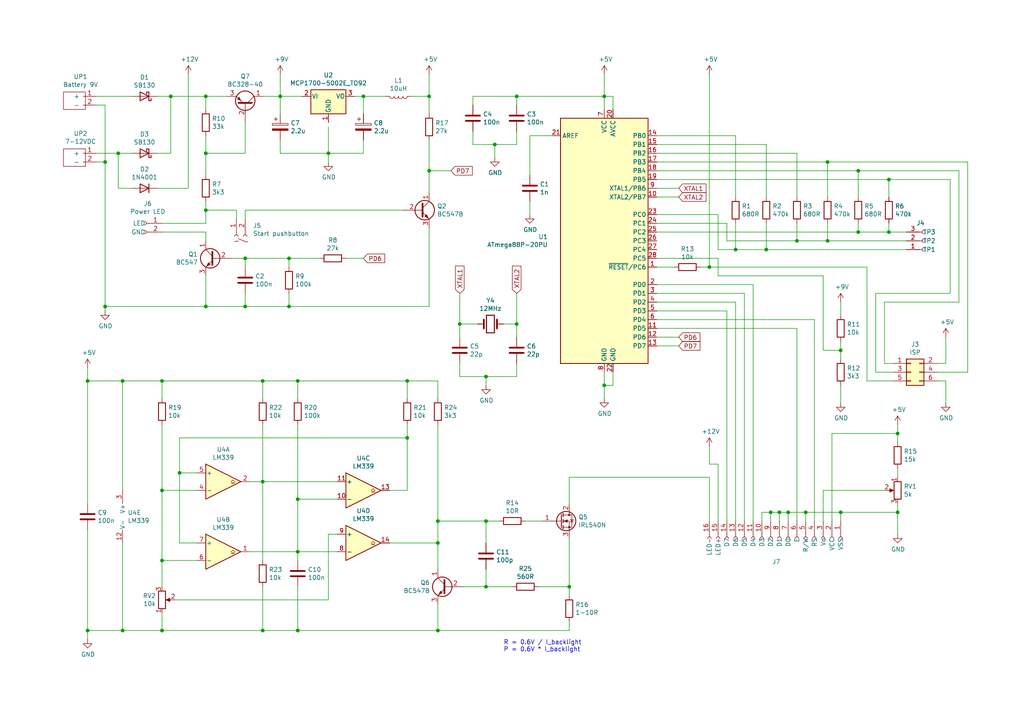
<source format=kicad_sch>
(kicad_sch (version 20211123) (generator eeschema)
  (paper "A4")
  (lib_symbols
    (symbol "Comparator:LM339" (pin_names (offset 0.127))
      (property "Reference" "U" (at 0 5.08 0))
      (property "Value" "LM339" (at 0 -5.08 0))
      (symbol "LM339_1_1"
        (pin open_collector line (at 7.62 0 180) (length 2.54) (name "~") (number "2"))
        (pin input line (at -7.62 -2.54 0) (length 2.54) (name "-") (number "4"))
        (pin input line (at -7.62 2.54 0) (length 2.54) (name "+") (number "5"))
      )
      (symbol "LM339_2_1"
        (pin open_collector line (at 7.62 0 180) (length 2.54) (name "~") (number "1"))
        (pin input line (at -7.62 -2.54 0) (length 2.54) (name "-") (number "6"))
        (pin input line (at -7.62 2.54 0) (length 2.54) (name "+") (number "7"))
      )
      (symbol "LM339_3_1"
        (pin input line (at -7.62 -2.54 0) (length 2.54) (name "-") (number "10"))
        (pin input line (at -7.62 2.54 0) (length 2.54) (name "+") (number "11"))
        (pin open_collector line (at 7.62 0 180) (length 2.54) (name "~") (number "13"))
      )
      (symbol "LM339_4_1"
        (pin open_collector line (at 7.62 0 180) (length 2.54) (name "~") (number "14"))
        (pin input line (at -7.62 -2.54 0) (length 2.54) (name "-") (number "8"))
        (pin input line (at -7.62 2.54 0) (length 2.54) (name "+") (number "9"))
      )
      (symbol "LM339_5_1"
        (pin power_in line (at -2.54 -7.62 90) (length 3.81) (name "V-") (number "12"))
        (pin power_in line (at -2.54 7.62 270) (length 3.81) (name "V+") (number "3"))
      )
    )
    (symbol "Device:C" (pin_numbers hide) (pin_names (offset 0.254))
      (property "Reference" "C" (at 0.635 2.54 0))
      (property "Value" "C" (at 0.635 -2.54 0))
      (symbol "C_1_1"
        (pin passive line (at 0 3.81 270) (length 2.794) (name "~") (number "1"))
        (pin passive line (at 0 -3.81 90) (length 2.794) (name "~") (number "2"))
      )
    )
    (symbol "Device:Crystal" (pin_numbers hide) (pin_names (offset 1.016) hide)
      (property "Reference" "Y" (at 0 3.81 0))
      (property "Value" "Crystal" (at 0 -3.81 0))
      (symbol "Crystal_1_1"
        (pin passive line (at -3.81 0 0) (length 1.27) (name "1") (number "1"))
        (pin passive line (at 3.81 0 180) (length 1.27) (name "2") (number "2"))
      )
    )
    (symbol "Device:L" (pin_numbers hide) (pin_names (offset 1.016) hide)
      (property "Reference" "L" (at -1.27 0 90))
      (property "Value" "L" (at 1.905 0 90))
      (symbol "L_1_1"
        (pin passive line (at 0 3.81 270) (length 1.27) (name "1") (number "1"))
        (pin passive line (at 0 -3.81 90) (length 1.27) (name "2") (number "2"))
      )
    )
    (symbol "Device:R" (pin_numbers hide) (pin_names (offset 0))
      (property "Reference" "R" (at 2.032 0 90))
      (property "Value" "R" (at 0 0 90))
      (symbol "R_1_1"
        (pin passive line (at 0 3.81 270) (length 1.27) (name "~") (number "1"))
        (pin passive line (at 0 -3.81 90) (length 1.27) (name "~") (number "2"))
      )
    )
    (symbol "Diode:1N4001" (pin_numbers hide) (pin_names (offset 1.016) hide)
      (property "Reference" "D" (at 0 2.54 0))
      (property "Value" "1N4001" (at 0 -2.54 0))
      (symbol "1N4001_1_1"
        (pin passive line (at -3.81 0 0) (length 2.54) (name "K") (number "1"))
        (pin passive line (at 3.81 0 180) (length 2.54) (name "A") (number "2"))
      )
    )
    (symbol "Diode:SB130" (pin_numbers hide) (pin_names (offset 1.016) hide)
      (property "Reference" "D" (at 0 2.54 0))
      (property "Value" "SB130" (at 0 -2.54 0))
      (symbol "SB130_1_1"
        (pin passive line (at -3.81 0 0) (length 2.54) (name "K") (number "1"))
        (pin passive line (at 3.81 0 180) (length 2.54) (name "A") (number "2"))
      )
    )
    (symbol "My_Headers:16-pin_LCD_header" (pin_names (offset 1.016))
      (property "Reference" "J" (at 0 20.32 0))
      (symbol "16-pin_LCD_header_1_1"
        (pin output line (at -5.08 17.78 0) (length 3.81) (name "VSS") (number "1"))
        (pin output line (at -5.08 -5.08 0) (length 3.81) (name "D3") (number "10"))
        (pin output line (at -5.08 -7.62 0) (length 3.81) (name "D4") (number "11"))
        (pin output line (at -5.08 -10.16 0) (length 3.81) (name "D5") (number "12"))
        (pin output line (at -5.08 -12.7 0) (length 3.81) (name "D6") (number "13"))
        (pin output line (at -5.08 -15.24 0) (length 3.81) (name "D7") (number "14"))
        (pin output line (at -5.08 -17.78 0) (length 3.81) (name "LED+") (number "15"))
        (pin output line (at -5.08 -20.32 0) (length 3.81) (name "LED-") (number "16"))
        (pin output line (at -5.08 15.24 0) (length 3.81) (name "VCC") (number "2"))
        (pin output line (at -5.08 12.7 0) (length 3.81) (name "Vo") (number "3"))
        (pin output line (at -5.08 10.16 0) (length 3.81) (name "RS") (number "4"))
        (pin output line (at -5.08 7.62 0) (length 3.81) (name "R/W") (number "5"))
        (pin output line (at -5.08 5.08 0) (length 3.81) (name "E") (number "6"))
        (pin output line (at -5.08 2.54 0) (length 3.81) (name "D0") (number "7"))
        (pin output line (at -5.08 0 0) (length 3.81) (name "D1") (number "8"))
        (pin output line (at -5.08 -2.54 0) (length 3.81) (name "D2") (number "9"))
      )
    )
    (symbol "My_Headers:2-pin_LED_header" (pin_names (offset 1.016))
      (property "Reference" "J" (at 0 5.08 0))
      (symbol "2-pin_LED_header_1_1"
        (pin passive line (at -5.08 2.54 0) (length 3.81) (name "LED") (number "1"))
        (pin passive line (at -5.08 0 0) (length 3.81) (name "GND") (number "2"))
      )
    )
    (symbol "My_Headers:2-pin_NO_switch_header" (pin_names (offset 1.016) hide)
      (property "Reference" "J" (at 0 2.54 0))
      (symbol "2-pin_NO_switch_header_1_1"
        (pin input line (at -5.08 0 0) (length 3.81) (name "+") (number "1"))
        (pin output line (at -5.08 -2.54 0) (length 3.81) (name "Sig") (number "2"))
      )
    )
    (symbol "My_Headers:3-pin_test_header" (pin_names (offset 1.016))
      (property "Reference" "J" (at 0 5.08 0))
      (symbol "3-pin_test_header_1_1"
        (pin input line (at -5.08 2.54 0) (length 3.81) (name "TP1") (number "1"))
        (pin input line (at -5.08 0 0) (length 3.81) (name "TP2") (number "2"))
        (pin input line (at -5.08 -2.54 0) (length 3.81) (name "TP3") (number "3"))
      )
    )
    (symbol "My_Misc:ATmega88P-20PU"
      (property "Reference" "U" (at -12.7 36.83 0))
      (property "Value" "ATmega88P-20PU" (at 7.62 -36.83 0))
      (symbol "ATmega88P-20PU_1_1"
        (pin bidirectional line (at 15.24 -7.62 180) (length 2.54) (name "~{RESET}/PC6") (number "1"))
        (pin bidirectional line (at 15.24 12.7 180) (length 2.54) (name "XTAL2/PB7") (number "10"))
        (pin bidirectional line (at 15.24 -25.4 180) (length 2.54) (name "PD5") (number "11"))
        (pin bidirectional line (at 15.24 -27.94 180) (length 2.54) (name "PD6") (number "12"))
        (pin bidirectional line (at 15.24 -30.48 180) (length 2.54) (name "PD7") (number "13"))
        (pin bidirectional line (at 15.24 30.48 180) (length 2.54) (name "PB0") (number "14"))
        (pin bidirectional line (at 15.24 27.94 180) (length 2.54) (name "PB1") (number "15"))
        (pin bidirectional line (at 15.24 25.4 180) (length 2.54) (name "PB2") (number "16"))
        (pin bidirectional line (at 15.24 22.86 180) (length 2.54) (name "PB3") (number "17"))
        (pin bidirectional line (at 15.24 20.32 180) (length 2.54) (name "PB4") (number "18"))
        (pin bidirectional line (at 15.24 17.78 180) (length 2.54) (name "PB5") (number "19"))
        (pin bidirectional line (at 15.24 -12.7 180) (length 2.54) (name "PD0") (number "2"))
        (pin power_in line (at 2.54 38.1 270) (length 2.54) (name "AVCC") (number "20"))
        (pin passive line (at -15.24 30.48 0) (length 2.54) (name "AREF") (number "21"))
        (pin passive line (at 0 -38.1 90) (length 2.54) hide (name "GND") (number "22"))
        (pin power_in line (at 2.54 -38.1 90) (length 2.54) (name "GND") (number "22"))
        (pin bidirectional line (at 15.24 7.62 180) (length 2.54) (name "PC0") (number "23"))
        (pin bidirectional line (at 15.24 5.08 180) (length 2.54) (name "PC1") (number "24"))
        (pin bidirectional line (at 15.24 2.54 180) (length 2.54) (name "PC2") (number "25"))
        (pin bidirectional line (at 15.24 0 180) (length 2.54) (name "PC3") (number "26"))
        (pin bidirectional line (at 15.24 -2.54 180) (length 2.54) (name "PC4") (number "27"))
        (pin bidirectional line (at 15.24 -5.08 180) (length 2.54) (name "PC5") (number "28"))
        (pin bidirectional line (at 15.24 -15.24 180) (length 2.54) (name "PD1") (number "3"))
        (pin bidirectional line (at 15.24 -17.78 180) (length 2.54) (name "PD2") (number "4"))
        (pin bidirectional line (at 15.24 -20.32 180) (length 2.54) (name "PD3") (number "5"))
        (pin bidirectional line (at 15.24 -22.86 180) (length 2.54) (name "PD4") (number "6"))
        (pin power_in line (at 0 38.1 270) (length 2.54) (name "VCC") (number "7"))
        (pin power_in line (at 0 -38.1 90) (length 2.54) (name "GND") (number "8"))
        (pin bidirectional line (at 15.24 15.24 180) (length 2.54) (name "XTAL1/PB6") (number "9"))
      )
    )
    (symbol "My_Parts:2-pole_power_in_screw_terminal" (pin_names (offset 1.016))
      (property "Reference" "U" (at 4.445 3.175 0))
      (property "Value" "2-pole_power_in_screw_terminal" (at 6.35 -5.715 0))
      (symbol "2-pole_power_in_screw_terminal_1_1"
        (pin power_in line (at 0 0 0) (length 3.81) (name "+") (number "1"))
        (pin power_in line (at 0 -2.54 0) (length 3.81) (name "-") (number "2"))
      )
    )
    (symbol "My_Parts:6-pin_ISP_connector" (pin_names (offset 1.016) hide)
      (property "Reference" "J" (at 1.27 5.08 0))
      (property "Value" "6-pin_ISP_connector" (at 1.27 -5.08 0))
      (symbol "6-pin_ISP_connector_1_1"
        (pin passive line (at -5.08 2.54 0) (length 3.81) (name "Pin_1") (number "1"))
        (pin passive line (at 7.62 2.54 180) (length 3.81) (name "Pin_2") (number "2"))
        (pin passive line (at -5.08 0 0) (length 3.81) (name "Pin_3") (number "3"))
        (pin passive line (at 7.62 0 180) (length 3.81) (name "Pin_4") (number "4"))
        (pin passive line (at -5.08 -2.54 0) (length 3.81) (name "Pin_5") (number "5"))
        (pin passive line (at 7.62 -2.54 180) (length 3.81) (name "Pin_6") (number "6"))
      )
    )
    (symbol "Regulator_Linear:MCP1700-5002E_TO92" (pin_names (offset 0.254))
      (property "Reference" "U" (at -3.81 -3.175 0))
      (property "Value" "MCP1700-5002E_TO92" (at 0 -3.175 0))
      (symbol "MCP1700-5002E_TO92_1_1"
        (pin power_in line (at 0 7.62 270) (length 2.54) (name "GND") (number "1"))
        (pin power_in line (at -7.62 0 0) (length 2.54) (name "VI") (number "2"))
        (pin power_out line (at 7.62 0 180) (length 2.54) (name "VO") (number "3"))
      )
    )
    (symbol "Transistor_BJT:BC328" (pin_names (offset 0) hide)
      (property "Reference" "Q" (at 5.08 1.905 0))
      (property "Value" "BC328" (at 5.08 0 0))
      (symbol "BC328_1_1"
        (pin passive line (at 2.54 5.08 270) (length 2.54) (name "C") (number "1"))
        (pin input line (at -5.08 0 0) (length 5.715) (name "B") (number "2"))
        (pin passive line (at 2.54 -5.08 90) (length 2.54) (name "E") (number "3"))
      )
    )
    (symbol "Transistor_BJT:BC547" (pin_names (offset 0) hide)
      (property "Reference" "Q" (at 5.08 1.905 0))
      (property "Value" "BC547" (at 5.08 0 0))
      (symbol "BC547_1_1"
        (pin passive line (at 2.54 5.08 270) (length 2.54) (name "C") (number "1"))
        (pin input line (at -5.08 0 0) (length 5.08) (name "B") (number "2"))
        (pin passive line (at 2.54 -5.08 90) (length 2.54) (name "E") (number "3"))
      )
    )
    (symbol "Transistor_FET:IRF540N" (pin_names hide)
      (property "Reference" "Q" (at 6.35 1.905 0))
      (property "Value" "IRF540N" (at 6.35 0 0))
      (symbol "IRF540N_1_1"
        (pin input line (at -5.08 0 0) (length 2.54) (name "G") (number "1"))
        (pin passive line (at 2.54 5.08 270) (length 2.54) (name "D") (number "2"))
        (pin passive line (at 2.54 -5.08 90) (length 2.54) (name "S") (number "3"))
      )
    )
    (symbol "avrComponentTester_Markus_HW-1.00m-rescue:CP-Device" (pin_numbers hide) (pin_names (offset 0.254))
      (property "Reference" "C" (at 0.635 2.54 0))
      (property "Value" "CP-Device" (at 0.635 -2.54 0))
      (symbol "CP-Device_1_1"
        (pin passive line (at 0 3.81 270) (length 2.794) (name "~") (number "1"))
        (pin passive line (at 0 -3.81 90) (length 2.794) (name "~") (number "2"))
      )
    )
    (symbol "avrComponentTester_Markus_HW-1.00m-rescue:R_POT-Device" (pin_names (offset 1.016) hide)
      (property "Reference" "RV" (at -4.445 0 90))
      (property "Value" "R_POT-Device" (at -2.54 0 90))
      (symbol "R_POT-Device_1_1"
        (pin passive line (at 0 3.81 270) (length 1.27) (name "1") (number "1"))
        (pin passive line (at 3.81 0 180) (length 1.27) (name "2") (number "2"))
        (pin passive line (at 0 -3.81 90) (length 1.27) (name "3") (number "3"))
      )
    )
    (symbol "power:+12V" (power) (pin_names (offset 0))
      (property "Value" "+12V" (at 0 3.556 0))
      (symbol "+12V_1_1"
        (pin power_in line (at 0 0 90) (length 0) hide (name "+12V") (number "1"))
      )
    )
    (symbol "power:+5V" (power) (pin_names (offset 0))
      (property "Value" "+5V" (at 0 3.556 0))
      (symbol "+5V_1_1"
        (pin power_in line (at 0 0 90) (length 0) hide (name "+5V") (number "1"))
      )
    )
    (symbol "power:+9V" (power) (pin_names (offset 0))
      (property "Value" "+9V" (at 0 3.556 0))
      (symbol "+9V_1_1"
        (pin power_in line (at 0 0 90) (length 0) hide (name "+9V") (number "1"))
      )
    )
    (symbol "power:GND" (power) (pin_names (offset 0))
      (property "Value" "GND" (at 0 -3.81 0))
      (symbol "GND_1_1"
        (pin power_in line (at 0 0 270) (length 0) hide (name "GND") (number "1"))
      )
    )
  )
  (junction (at 124.46 49.53))
  (junction (at 81.28 27.94))
  (junction (at 257.81 67.31))
  (junction (at 25.4 110.49))
  (junction (at 86.36 182.88))
  (junction (at 124.46 27.94))
  (junction (at 83.82 74.93))
  (junction (at 34.29 44.45))
  (junction (at 59.69 27.94))
  (junction (at 105.41 27.94))
  (junction (at 127 151.13))
  (junction (at 59.69 44.45))
  (junction (at 30.48 88.9))
  (junction (at 127 182.88))
  (junction (at 248.92 49.53))
  (junction (at 228.6 148.59))
  (junction (at 76.2 110.49))
  (junction (at 76.2 139.7))
  (junction (at 46.99 162.56))
  (junction (at 86.36 144.78))
  (junction (at 46.99 142.24))
  (junction (at 205.74 77.47))
  (junction (at 260.35 148.59))
  (junction (at 240.03 69.85))
  (junction (at 165.1 170.18))
  (junction (at 49.53 27.94))
  (junction (at 243.84 148.59))
  (junction (at 149.86 93.98))
  (junction (at 222.25 72.39))
  (junction (at 243.84 101.6))
  (junction (at 133.35 93.98))
  (junction (at 260.35 125.73))
  (junction (at 240.03 46.99))
  (junction (at 213.36 72.39))
  (junction (at 118.11 110.49))
  (junction (at 175.26 111.76))
  (junction (at 83.82 88.9))
  (junction (at 233.68 148.59))
  (junction (at 257.81 52.07))
  (junction (at 175.26 27.94))
  (junction (at 226.06 148.59))
  (junction (at 140.97 109.22))
  (junction (at 140.97 151.13))
  (junction (at 46.99 110.49))
  (junction (at 52.07 137.16))
  (junction (at 118.11 127))
  (junction (at 35.56 110.49))
  (junction (at 35.56 182.88))
  (junction (at 86.36 160.02))
  (junction (at 127 157.48))
  (junction (at 143.51 41.91))
  (junction (at 59.69 88.9))
  (junction (at 86.36 110.49))
  (junction (at 76.2 182.88))
  (junction (at 30.48 46.99))
  (junction (at 71.12 74.93))
  (junction (at 25.4 182.88))
  (junction (at 248.92 67.31))
  (junction (at 95.25 44.45))
  (junction (at 223.52 148.59))
  (junction (at 149.86 27.94))
  (junction (at 59.69 60.96))
  (junction (at 46.99 182.88))
  (junction (at 231.14 69.85))
  (junction (at 140.97 170.18))
  (junction (at 71.12 88.9))
  (wire (pts (xy 175.26 111.76) (xy 175.26 107.95)))
  (wire (pts (xy 71.12 88.9) (xy 83.82 88.9)))
  (wire (pts (xy 50.8 173.99) (xy 95.25 173.99)))
  (wire (pts (xy 35.56 110.49) (xy 46.99 110.49)))
  (wire (pts (xy 280.67 107.95) (xy 271.78 107.95)))
  (wire (pts (xy 196.85 57.15) (xy 190.5 57.15)))
  (wire (pts (xy 59.69 44.45) (xy 71.12 44.45)))
  (wire (pts (xy 190.5 41.91) (xy 222.25 41.91)))
  (wire (pts (xy 220.98 148.59) (xy 223.52 148.59)))
  (wire (pts (xy 34.29 54.61) (xy 34.29 44.45)))
  (wire (pts (xy 190.5 49.53) (xy 248.92 49.53)))
  (wire (pts (xy 210.82 69.85) (xy 231.14 69.85)))
  (wire (pts (xy 71.12 60.96) (xy 116.84 60.96)))
  (wire (pts (xy 140.97 151.13) (xy 144.78 151.13)))
  (wire (pts (xy 140.97 151.13) (xy 127 151.13)))
  (wire (pts (xy 236.22 92.71) (xy 190.5 92.71)))
  (wire (pts (xy 59.69 67.31) (xy 59.69 69.85)))
  (wire (pts (xy 243.84 101.6) (xy 243.84 99.06)))
  (wire (pts (xy 118.11 110.49) (xy 86.36 110.49)))
  (wire (pts (xy 124.46 27.94) (xy 124.46 33.02)))
  (wire (pts (xy 97.79 144.78) (xy 86.36 144.78)))
  (wire (pts (xy 46.99 67.31) (xy 59.69 67.31)))
  (wire (pts (xy 118.11 142.24) (xy 113.03 142.24)))
  (wire (pts (xy 260.35 138.43) (xy 260.35 135.89)))
  (wire (pts (xy 71.12 74.93) (xy 71.12 77.47)))
  (wire (pts (xy 124.46 49.53) (xy 124.46 55.88)))
  (wire (pts (xy 208.28 62.23) (xy 190.5 62.23)))
  (wire (pts (xy 127 115.57) (xy 127 110.49)))
  (wire (pts (xy 25.4 182.88) (xy 25.4 185.42)))
  (wire (pts (xy 240.03 46.99) (xy 240.03 57.15)))
  (wire (pts (xy 83.82 85.09) (xy 83.82 88.9)))
  (wire (pts (xy 86.36 182.88) (xy 127 182.88)))
  (wire (pts (xy 95.25 36.83) (xy 95.25 44.45)))
  (wire (pts (xy 124.46 40.64) (xy 124.46 49.53)))
  (wire (pts (xy 278.13 49.53) (xy 248.92 49.53)))
  (wire (pts (xy 218.44 151.13) (xy 218.44 82.55)))
  (wire (pts (xy 127 110.49) (xy 118.11 110.49)))
  (wire (pts (xy 271.78 105.41) (xy 274.32 105.41)))
  (wire (pts (xy 195.58 77.47) (xy 190.5 77.47)))
  (wire (pts (xy 220.98 151.13) (xy 220.98 148.59)))
  (wire (pts (xy 271.78 110.49) (xy 274.32 110.49)))
  (wire (pts (xy 190.5 64.77) (xy 210.82 64.77)))
  (wire (pts (xy 46.99 162.56) (xy 46.99 170.18)))
  (wire (pts (xy 81.28 33.02) (xy 81.28 27.94)))
  (wire (pts (xy 59.69 60.96) (xy 68.58 60.96)))
  (wire (pts (xy 205.74 138.43) (xy 205.74 151.13)))
  (wire (pts (xy 46.99 182.88) (xy 76.2 182.88)))
  (wire (pts (xy 241.3 125.73) (xy 241.3 151.13)))
  (wire (pts (xy 119.38 27.94) (xy 124.46 27.94)))
  (wire (pts (xy 143.51 41.91) (xy 149.86 41.91)))
  (wire (pts (xy 156.21 170.18) (xy 165.1 170.18)))
  (wire (pts (xy 30.48 88.9) (xy 30.48 90.17)))
  (wire (pts (xy 45.72 54.61) (xy 54.61 54.61)))
  (wire (pts (xy 254 107.95) (xy 254 85.09)))
  (wire (pts (xy 256.54 142.24) (xy 238.76 142.24)))
  (wire (pts (xy 233.68 151.13) (xy 233.68 148.59)))
  (wire (pts (xy 38.1 27.94) (xy 27.94 27.94)))
  (wire (pts (xy 260.35 125.73) (xy 260.35 128.27)))
  (wire (pts (xy 76.2 182.88) (xy 86.36 182.88)))
  (wire (pts (xy 213.36 64.77) (xy 213.36 72.39)))
  (wire (pts (xy 213.36 39.37) (xy 213.36 57.15)))
  (wire (pts (xy 118.11 127) (xy 118.11 123.19)))
  (wire (pts (xy 208.28 134.62) (xy 205.74 134.62)))
  (wire (pts (xy 71.12 63.5) (xy 71.12 60.96)))
  (wire (pts (xy 222.25 64.77) (xy 222.25 72.39)))
  (wire (pts (xy 59.69 39.37) (xy 59.69 44.45)))
  (wire (pts (xy 205.74 77.47) (xy 251.46 77.47)))
  (wire (pts (xy 97.79 160.02) (xy 86.36 160.02)))
  (wire (pts (xy 210.82 64.77) (xy 210.82 69.85)))
  (wire (pts (xy 66.04 27.94) (xy 59.69 27.94)))
  (wire (pts (xy 25.4 110.49) (xy 25.4 106.68)))
  (wire (pts (xy 236.22 151.13) (xy 236.22 92.71)))
  (wire (pts (xy 124.46 27.94) (xy 124.46 21.59)))
  (wire (pts (xy 46.99 142.24) (xy 46.99 162.56)))
  (wire (pts (xy 175.26 111.76) (xy 177.8 111.76)))
  (wire (pts (xy 140.97 111.76) (xy 140.97 109.22)))
  (wire (pts (xy 160.02 39.37) (xy 153.67 39.37)))
  (wire (pts (xy 205.74 134.62) (xy 205.74 129.54)))
  (wire (pts (xy 95.25 154.94) (xy 97.79 154.94)))
  (wire (pts (xy 52.07 127) (xy 52.07 137.16)))
  (wire (pts (xy 278.13 87.63) (xy 278.13 49.53)))
  (wire (pts (xy 86.36 115.57) (xy 86.36 110.49)))
  (wire (pts (xy 248.92 49.53) (xy 248.92 57.15)))
  (wire (pts (xy 196.85 97.79) (xy 190.5 97.79)))
  (wire (pts (xy 127 182.88) (xy 127 175.26)))
  (wire (pts (xy 260.35 146.05) (xy 260.35 148.59)))
  (wire (pts (xy 34.29 44.45) (xy 27.94 44.45)))
  (wire (pts (xy 52.07 157.48) (xy 57.15 157.48)))
  (wire (pts (xy 140.97 170.18) (xy 140.97 165.1)))
  (wire (pts (xy 83.82 74.93) (xy 92.71 74.93)))
  (wire (pts (xy 175.26 27.94) (xy 177.8 27.94)))
  (wire (pts (xy 231.14 95.25) (xy 190.5 95.25)))
  (wire (pts (xy 213.36 72.39) (xy 208.28 72.39)))
  (wire (pts (xy 175.26 21.59) (xy 175.26 27.94)))
  (wire (pts (xy 248.92 67.31) (xy 257.81 67.31)))
  (wire (pts (xy 124.46 66.04) (xy 124.46 88.9)))
  (wire (pts (xy 133.35 93.98) (xy 138.43 93.98)))
  (wire (pts (xy 259.08 107.95) (xy 254 107.95)))
  (wire (pts (xy 240.03 69.85) (xy 262.89 69.85)))
  (wire (pts (xy 71.12 74.93) (xy 83.82 74.93)))
  (wire (pts (xy 130.81 49.53) (xy 124.46 49.53)))
  (wire (pts (xy 190.5 52.07) (xy 257.81 52.07)))
  (wire (pts (xy 59.69 88.9) (xy 71.12 88.9)))
  (wire (pts (xy 218.44 82.55) (xy 190.5 82.55)))
  (wire (pts (xy 233.68 148.59) (xy 243.84 148.59)))
  (wire (pts (xy 205.74 77.47) (xy 205.74 21.59)))
  (wire (pts (xy 240.03 64.77) (xy 240.03 69.85)))
  (wire (pts (xy 251.46 77.47) (xy 251.46 110.49)))
  (wire (pts (xy 86.36 144.78) (xy 86.36 160.02)))
  (wire (pts (xy 113.03 157.48) (xy 127 157.48)))
  (wire (pts (xy 165.1 170.18) (xy 165.1 156.21)))
  (wire (pts (xy 153.67 39.37) (xy 153.67 50.8)))
  (wire (pts (xy 57.15 137.16) (xy 52.07 137.16)))
  (wire (pts (xy 30.48 88.9) (xy 59.69 88.9)))
  (wire (pts (xy 46.99 177.8) (xy 46.99 182.88)))
  (wire (pts (xy 275.59 52.07) (xy 257.81 52.07)))
  (wire (pts (xy 222.25 41.91) (xy 222.25 57.15)))
  (wire (pts (xy 49.53 27.94) (xy 59.69 27.94)))
  (wire (pts (xy 256.54 105.41) (xy 256.54 87.63)))
  (wire (pts (xy 35.56 182.88) (xy 46.99 182.88)))
  (wire (pts (xy 105.41 27.94) (xy 105.41 33.02)))
  (wire (pts (xy 137.16 27.94) (xy 137.16 30.48)))
  (wire (pts (xy 175.26 27.94) (xy 175.26 31.75)))
  (wire (pts (xy 76.2 162.56) (xy 76.2 139.7)))
  (wire (pts (xy 140.97 109.22) (xy 149.86 109.22)))
  (wire (pts (xy 133.35 97.79) (xy 133.35 93.98)))
  (wire (pts (xy 254 85.09) (xy 275.59 85.09)))
  (wire (pts (xy 25.4 110.49) (xy 25.4 146.05)))
  (wire (pts (xy 260.35 123.19) (xy 260.35 125.73)))
  (wire (pts (xy 102.87 27.94) (xy 105.41 27.94)))
  (wire (pts (xy 190.5 74.93) (xy 208.28 74.93)))
  (wire (pts (xy 133.35 105.41) (xy 133.35 109.22)))
  (wire (pts (xy 165.1 138.43) (xy 205.74 138.43)))
  (wire (pts (xy 226.06 148.59) (xy 226.06 151.13)))
  (wire (pts (xy 274.32 105.41) (xy 274.32 97.79)))
  (wire (pts (xy 49.53 27.94) (xy 45.72 27.94)))
  (wire (pts (xy 133.35 93.98) (xy 133.35 85.09)))
  (wire (pts (xy 177.8 27.94) (xy 177.8 31.75)))
  (wire (pts (xy 260.35 148.59) (xy 260.35 154.94)))
  (wire (pts (xy 35.56 142.24) (xy 35.56 110.49)))
  (wire (pts (xy 86.36 123.19) (xy 86.36 144.78)))
  (wire (pts (xy 248.92 67.31) (xy 190.5 67.31)))
  (wire (pts (xy 210.82 151.13) (xy 210.82 90.17)))
  (wire (pts (xy 127 182.88) (xy 165.1 182.88)))
  (wire (pts (xy 175.26 111.76) (xy 175.26 115.57)))
  (wire (pts (xy 38.1 54.61) (xy 34.29 54.61)))
  (wire (pts (xy 190.5 39.37) (xy 213.36 39.37)))
  (wire (pts (xy 54.61 54.61) (xy 54.61 21.59)))
  (wire (pts (xy 137.16 41.91) (xy 143.51 41.91)))
  (wire (pts (xy 45.72 44.45) (xy 49.53 44.45)))
  (wire (pts (xy 83.82 74.93) (xy 83.82 77.47)))
  (wire (pts (xy 86.36 182.88) (xy 86.36 170.18)))
  (wire (pts (xy 81.28 44.45) (xy 95.25 44.45)))
  (wire (pts (xy 127 151.13) (xy 127 123.19)))
  (wire (pts (xy 25.4 182.88) (xy 35.56 182.88)))
  (wire (pts (xy 81.28 27.94) (xy 81.28 21.59)))
  (wire (pts (xy 222.25 72.39) (xy 262.89 72.39)))
  (wire (pts (xy 72.39 139.7) (xy 76.2 139.7)))
  (wire (pts (xy 149.86 27.94) (xy 137.16 27.94)))
  (wire (pts (xy 240.03 46.99) (xy 280.67 46.99)))
  (wire (pts (xy 25.4 182.88) (xy 25.4 153.67)))
  (wire (pts (xy 127 157.48) (xy 127 151.13)))
  (wire (pts (xy 46.99 162.56) (xy 57.15 162.56)))
  (wire (pts (xy 146.05 93.98) (xy 149.86 93.98)))
  (wire (pts (xy 153.67 58.42) (xy 153.67 62.23)))
  (wire (pts (xy 196.85 100.33) (xy 190.5 100.33)))
  (wire (pts (xy 68.58 60.96) (xy 68.58 63.5)))
  (wire (pts (xy 71.12 85.09) (xy 71.12 88.9)))
  (wire (pts (xy 87.63 27.94) (xy 81.28 27.94)))
  (wire (pts (xy 196.85 54.61) (xy 190.5 54.61)))
  (wire (pts (xy 52.07 137.16) (xy 52.07 157.48)))
  (wire (pts (xy 86.36 110.49) (xy 76.2 110.49)))
  (wire (pts (xy 257.81 64.77) (xy 257.81 67.31)))
  (wire (pts (xy 49.53 44.45) (xy 49.53 27.94)))
  (wire (pts (xy 208.28 72.39) (xy 208.28 62.23)))
  (wire (pts (xy 30.48 46.99) (xy 30.48 88.9)))
  (wire (pts (xy 208.28 80.01) (xy 238.76 80.01)))
  (wire (pts (xy 215.9 85.09) (xy 215.9 151.13)))
  (wire (pts (xy 76.2 110.49) (xy 46.99 110.49)))
  (wire (pts (xy 238.76 80.01) (xy 238.76 101.6)))
  (wire (pts (xy 248.92 64.77) (xy 248.92 67.31)))
  (wire (pts (xy 95.25 173.99) (xy 95.25 154.94)))
  (wire (pts (xy 46.99 110.49) (xy 46.99 115.57)))
  (wire (pts (xy 35.56 157.48) (xy 35.56 182.88)))
  (wire (pts (xy 76.2 139.7) (xy 76.2 123.19)))
  (wire (pts (xy 208.28 151.13) (xy 208.28 134.62)))
  (wire (pts (xy 57.15 142.24) (xy 46.99 142.24)))
  (wire (pts (xy 251.46 110.49) (xy 259.08 110.49)))
  (wire (pts (xy 140.97 170.18) (xy 148.59 170.18)))
  (wire (pts (xy 228.6 151.13) (xy 228.6 148.59)))
  (wire (pts (xy 165.1 170.18) (xy 165.1 172.72)))
  (wire (pts (xy 149.86 27.94) (xy 175.26 27.94)))
  (wire (pts (xy 213.36 87.63) (xy 190.5 87.63)))
  (wire (pts (xy 243.84 148.59) (xy 243.84 151.13)))
  (wire (pts (xy 105.41 74.93) (xy 100.33 74.93)))
  (wire (pts (xy 213.36 72.39) (xy 222.25 72.39)))
  (wire (pts (xy 67.31 74.93) (xy 71.12 74.93)))
  (wire (pts (xy 59.69 60.96) (xy 59.69 64.77)))
  (wire (pts (xy 243.84 148.59) (xy 260.35 148.59)))
  (wire (pts (xy 256.54 87.63) (xy 278.13 87.63)))
  (wire (pts (xy 275.59 85.09) (xy 275.59 52.07)))
  (wire (pts (xy 118.11 127) (xy 118.11 142.24)))
  (wire (pts (xy 280.67 46.99) (xy 280.67 107.95)))
  (wire (pts (xy 76.2 27.94) (xy 81.28 27.94)))
  (wire (pts (xy 134.62 170.18) (xy 140.97 170.18)))
  (wire (pts (xy 231.14 69.85) (xy 240.03 69.85)))
  (wire (pts (xy 231.14 64.77) (xy 231.14 69.85)))
  (wire (pts (xy 81.28 40.64) (xy 81.28 44.45)))
  (wire (pts (xy 86.36 160.02) (xy 72.39 160.02)))
  (wire (pts (xy 76.2 115.57) (xy 76.2 110.49)))
  (wire (pts (xy 105.41 44.45) (xy 105.41 40.64)))
  (wire (pts (xy 243.84 116.84) (xy 243.84 111.76)))
  (wire (pts (xy 95.25 44.45) (xy 105.41 44.45)))
  (wire (pts (xy 83.82 88.9) (xy 124.46 88.9)))
  (wire (pts (xy 127 157.48) (xy 127 165.1)))
  (wire (pts (xy 243.84 91.44) (xy 243.84 87.63)))
  (wire (pts (xy 30.48 46.99) (xy 27.94 46.99)))
  (wire (pts (xy 27.94 30.48) (xy 30.48 30.48)))
  (wire (pts (xy 149.86 93.98) (xy 149.86 97.79)))
  (wire (pts (xy 149.86 109.22) (xy 149.86 105.41)))
  (wire (pts (xy 111.76 27.94) (xy 105.41 27.94)))
  (wire (pts (xy 59.69 80.01) (xy 59.69 88.9)))
  (wire (pts (xy 38.1 44.45) (xy 34.29 44.45)))
  (wire (pts (xy 118.11 115.57) (xy 118.11 110.49)))
  (wire (pts (xy 137.16 38.1) (xy 137.16 41.91)))
  (wire (pts (xy 149.86 41.91) (xy 149.86 38.1)))
  (wire (pts (xy 177.8 111.76) (xy 177.8 107.95)))
  (wire (pts (xy 215.9 85.09) (xy 190.5 85.09)))
  (wire (pts (xy 46.99 123.19) (xy 46.99 142.24)))
  (wire (pts (xy 223.52 148.59) (xy 226.06 148.59)))
  (wire (pts (xy 30.48 30.48) (xy 30.48 46.99)))
  (wire (pts (xy 238.76 142.24) (xy 238.76 151.13)))
  (wire (pts (xy 231.14 151.13) (xy 231.14 95.25)))
  (wire (pts (xy 59.69 64.77) (xy 46.99 64.77)))
  (wire (pts (xy 257.81 52.07) (xy 257.81 57.15)))
  (wire (pts (xy 143.51 45.72) (xy 143.51 41.91)))
  (wire (pts (xy 208.28 74.93) (xy 208.28 80.01)))
  (wire (pts (xy 59.69 27.94) (xy 59.69 31.75)))
  (wire (pts (xy 257.81 67.31) (xy 262.89 67.31)))
  (wire (pts (xy 140.97 157.48) (xy 140.97 151.13)))
  (wire (pts (xy 25.4 110.49) (xy 35.56 110.49)))
  (wire (pts (xy 203.2 77.47) (xy 205.74 77.47)))
  (wire (pts (xy 241.3 125.73) (xy 260.35 125.73)))
  (wire (pts (xy 59.69 58.42) (xy 59.69 60.96)))
  (wire (pts (xy 274.32 110.49) (xy 274.32 116.84)))
  (wire (pts (xy 76.2 182.88) (xy 76.2 170.18)))
  (wire (pts (xy 228.6 148.59) (xy 233.68 148.59)))
  (wire (pts (xy 149.86 93.98) (xy 149.86 85.09)))
  (wire (pts (xy 210.82 90.17) (xy 190.5 90.17)))
  (wire (pts (xy 133.35 109.22) (xy 140.97 109.22)))
  (wire (pts (xy 165.1 138.43) (xy 165.1 146.05)))
  (wire (pts (xy 157.48 151.13) (xy 152.4 151.13)))
  (wire (pts (xy 52.07 127) (xy 118.11 127)))
  (wire (pts (xy 95.25 46.99) (xy 95.25 44.45)))
  (wire (pts (xy 223.52 151.13) (xy 223.52 148.59)))
  (wire (pts (xy 149.86 30.48) (xy 149.86 27.94)))
  (wire (pts (xy 59.69 44.45) (xy 59.69 50.8)))
  (wire (pts (xy 71.12 44.45) (xy 71.12 35.56)))
  (wire (pts (xy 213.36 151.13) (xy 213.36 87.63)))
  (wire (pts (xy 231.14 44.45) (xy 231.14 57.15)))
  (wire (pts (xy 76.2 139.7) (xy 97.79 139.7)))
  (wire (pts (xy 238.76 101.6) (xy 243.84 101.6)))
  (wire (pts (xy 190.5 44.45) (xy 231.14 44.45)))
  (wire (pts (xy 165.1 182.88) (xy 165.1 180.34)))
  (wire (pts (xy 226.06 148.59) (xy 228.6 148.59)))
  (wire (pts (xy 243.84 104.14) (xy 243.84 101.6)))
  (wire (pts (xy 259.08 105.41) (xy 256.54 105.41)))
  (wire (pts (xy 86.36 160.02) (xy 86.36 162.56)))
  (wire (pts (xy 190.5 46.99) (xy 240.03 46.99)))
  (text "R = 0.6V / I_backlight\nP = 0.6V * I_backlight" (at 146.05 189.23 0) (effects (font (size 1.27 1.27)) (justify left bottom)))
  (global_label "XTAL1" (shape input) (at 196.85 54.61 0) (property "Intersheet References" "${INTERSHEET_REFS}" (effects hide)))
  (global_label "PD6" (shape input) (at 196.85 97.79 0) (property "Intersheet References" "${INTERSHEET_REFS}" (effects hide)))
  (global_label "XTAL2" (shape input) (at 149.86 85.09 90) (property "Intersheet References" "${INTERSHEET_REFS}" (effects hide)))
  (global_label "PD7" (shape input) (at 130.81 49.53 0) (property "Intersheet References" "${INTERSHEET_REFS}" (effects hide)))
  (global_label "XTAL2" (shape input) (at 196.85 57.15 0) (property "Intersheet References" "${INTERSHEET_REFS}" (effects hide)))
  (global_label "PD7" (shape input) (at 196.85 100.33 0) (property "Intersheet References" "${INTERSHEET_REFS}" (effects hide)))
  (global_label "XTAL1" (shape input) (at 133.35 85.09 90) (property "Intersheet References" "${INTERSHEET_REFS}" (effects hide)))
  (global_label "PD6" (shape input) (at 105.41 74.93 0) (property "Intersheet References" "${INTERSHEET_REFS}" (effects hide)))
  (symbol (lib_id "Comparator:LM339") (at 64.77 139.7 0) (unit 1)
    (property "Reference" "U4" (at 64.77 130.3782 0))
    (property "Value" "LM339" (at 64.77 132.6896 0))
    (property "Datasheet" "https://www.st.com/resource/en/datasheet/lm139.pdf" (effects hide))
  )
  (symbol (lib_id "Comparator:LM339") (at 64.77 160.02 0) (unit 2)
    (property "Reference" "U4" (at 64.77 150.6982 0))
    (property "Value" "LM339" (at 64.77 153.0096 0))
    (property "Datasheet" "https://www.st.com/resource/en/datasheet/lm139.pdf" (effects hide))
  )
  (symbol (lib_id "Comparator:LM339") (at 105.41 142.24 0) (unit 3)
    (property "Reference" "U4" (at 105.41 132.9182 0))
    (property "Value" "LM339" (at 105.41 135.2296 0))
    (property "Datasheet" "https://www.st.com/resource/en/datasheet/lm139.pdf" (effects hide))
  )
  (symbol (lib_id "Comparator:LM339") (at 105.41 157.48 0) (unit 4)
    (property "Reference" "U4" (at 105.41 148.1582 0))
    (property "Value" "LM339" (at 105.41 150.4696 0))
    (property "Datasheet" "https://www.st.com/resource/en/datasheet/lm139.pdf" (effects hide))
  )
  (symbol (lib_id "Device:R") (at 46.99 119.38 0) (unit 1)
    (property "Reference" "R19" (at 48.768 118.2116 0) (effects (justify left)))
    (property "Value" "10k" (at 48.768 120.523 0) (effects (justify left)))
  )
  (symbol (lib_id "avrComponentTester_Markus_HW-1.00m-rescue:R_POT-Device") (at 46.99 173.99 0) (mirror x) (unit 1)
    (property "Reference" "RV2" (at 45.212 172.8216 0) (effects (justify right)))
    (property "Value" "10k" (at 45.212 175.133 0) (effects (justify right)))
  )
  (symbol (lib_id "Device:R") (at 76.2 166.37 0) (unit 1)
    (property "Reference" "R23" (at 77.978 165.2016 0) (effects (justify left)))
    (property "Value" "10k" (at 77.978 167.513 0) (effects (justify left)))
  )
  (symbol (lib_id "Device:C") (at 86.36 166.37 0) (unit 1)
    (property "Reference" "C10" (at 89.281 165.2016 0) (effects (justify left)))
    (property "Value" "100n" (at 89.281 167.513 0) (effects (justify left)))
  )
  (symbol (lib_id "Device:C") (at 25.4 149.86 0) (unit 1)
    (property "Reference" "C9" (at 28.321 148.6916 0) (effects (justify left)))
    (property "Value" "100n" (at 28.321 151.003 0) (effects (justify left)))
  )
  (symbol (lib_id "Comparator:LM339") (at 38.1 149.86 0) (unit 5)
    (property "Reference" "U4" (at 37.0332 148.6916 0) (effects (justify left)))
    (property "Value" "LM339" (at 37.0332 151.003 0) (effects (justify left)))
    (property "Datasheet" "https://www.st.com/resource/en/datasheet/lm139.pdf" (effects hide))
  )
  (symbol (lib_id "Device:R") (at 76.2 119.38 0) (unit 1)
    (property "Reference" "R22" (at 77.978 118.2116 0) (effects (justify left)))
    (property "Value" "10k" (at 77.978 120.523 0) (effects (justify left)))
  )
  (symbol (lib_id "Device:R") (at 86.36 119.38 0) (unit 1)
    (property "Reference" "R20" (at 88.138 118.2116 0) (effects (justify left)))
    (property "Value" "100k" (at 88.138 120.523 0) (effects (justify left)))
  )
  (symbol (lib_id "Device:R") (at 118.11 119.38 0) (unit 1)
    (property "Reference" "R21" (at 119.888 118.2116 0) (effects (justify left)))
    (property "Value" "10k" (at 119.888 120.523 0) (effects (justify left)))
  )
  (symbol (lib_id "Device:R") (at 127 119.38 0) (unit 1)
    (property "Reference" "R24" (at 128.778 118.2116 0) (effects (justify left)))
    (property "Value" "3k3" (at 128.778 120.523 0) (effects (justify left)))
  )
  (symbol (lib_id "Transistor_BJT:BC547") (at 129.54 170.18 0) (mirror y) (unit 1)
    (property "Reference" "Q6" (at 124.6886 169.0116 0) (effects (justify left)))
    (property "Value" "BC547B" (at 124.6886 171.323 0) (effects (justify left)))
    (property "Footprint" "Package_TO_SOT_THT:TO-92_Inline" (effects hide))
    (property "Datasheet" "https://www.onsemi.com/pub/Collateral/BC550-D.pdf" (effects hide))
  )
  (symbol (lib_id "Device:C") (at 140.97 161.29 0) (unit 1)
    (property "Reference" "C11" (at 143.891 160.1216 0) (effects (justify left)))
    (property "Value" "100p" (at 143.891 162.433 0) (effects (justify left)))
  )
  (symbol (lib_id "Device:R") (at 148.59 151.13 270) (unit 1)
    (property "Reference" "R14" (at 148.59 145.8722 90))
    (property "Value" "10R" (at 148.59 148.1836 90))
  )
  (symbol (lib_id "Device:R") (at 152.4 170.18 270) (unit 1)
    (property "Reference" "R25" (at 152.4 164.9222 90))
    (property "Value" "560R" (at 152.4 167.2336 90))
  )
  (symbol (lib_id "Device:R") (at 165.1 176.53 0) (unit 1)
    (property "Reference" "R16" (at 166.878 175.3616 0) (effects (justify left)))
    (property "Value" "1-10R" (at 166.878 177.673 0) (effects (justify left)))
  )
  (symbol (lib_id "Transistor_FET:IRF540N") (at 162.56 151.13 0) (unit 1)
    (property "Reference" "Q5" (at 167.7416 149.9616 0) (effects (justify left)))
    (property "Value" "IRL540N" (at 167.7416 152.273 0) (effects (justify left)))
    (property "Footprint" "Package_TO_SOT_THT:TO-220-3_Vertical" (effects hide))
    (property "Datasheet" "http://www.irf.com/product-info/datasheets/data/irf540n.pdf" (effects hide))
  )
  (symbol (lib_id "power:+5V") (at 25.4 106.68 0) (unit 1)
    (property "Reference" "#PWR0101" (effects hide))
    (property "Value" "+5V" (at 25.781 102.2858 0))
  )
  (symbol (lib_id "power:GND") (at 25.4 185.42 0) (unit 1)
    (property "Reference" "#PWR0102" (effects hide))
    (property "Value" "GND" (at 25.527 189.8142 0))
  )
  (symbol (lib_id "My_Misc:ATmega88P-20PU") (at 175.26 69.85 0) (unit 1)
    (property "Reference" "U1" (at 158.9024 68.6816 0) (effects (justify right)))
    (property "Value" "ATmega88P-20PU" (at 158.9024 70.993 0) (effects (justify right)))
    (property "Footprint" "Package_DIP:DIP-28_W7.62mm" (effects hide))
    (property "Datasheet" "http://ww1.microchip.com/downloads/en/DeviceDoc/Atmel-8025-8-bit-AVR-Microcontroller-ATmega48P-88P-168P_Datasheet.pdf" (effects hide))
  )
  (symbol (lib_id "power:+5V") (at 175.26 21.59 0) (unit 1)
    (property "Reference" "#PWR0103" (effects hide))
    (property "Value" "+5V" (at 175.641 17.1958 0))
  )
  (symbol (lib_id "power:GND") (at 175.26 115.57 0) (unit 1)
    (property "Reference" "#PWR0104" (effects hide))
    (property "Value" "GND" (at 175.387 119.9642 0))
  )
  (symbol (lib_id "Device:R") (at 199.39 77.47 270) (unit 1)
    (property "Reference" "R13" (at 199.39 72.2122 90))
    (property "Value" "10k" (at 199.39 74.5236 90))
  )
  (symbol (lib_id "power:+5V") (at 205.74 21.59 0) (unit 1)
    (property "Reference" "#PWR0105" (effects hide))
    (property "Value" "+5V" (at 206.121 17.1958 0))
  )
  (symbol (lib_id "My_Parts:2-pole_power_in_screw_terminal") (at 27.94 27.94 0) (mirror y) (unit 1)
    (property "Reference" "UP1" (at 23.368 22.225 0))
    (property "Value" "Battery 9V" (at 23.368 24.5364 0))
  )
  (symbol (lib_id "My_Parts:2-pole_power_in_screw_terminal") (at 27.94 44.45 0) (mirror y) (unit 1)
    (property "Reference" "UP2" (at 23.368 38.735 0))
    (property "Value" "7-12VDC" (at 23.368 41.0464 0))
  )
  (symbol (lib_id "power:GND") (at 30.48 90.17 0) (unit 1)
    (property "Reference" "#PWR0106" (effects hide))
    (property "Value" "GND" (at 30.607 94.5642 0))
  )
  (symbol (lib_id "Diode:SB130") (at 41.91 27.94 180) (unit 1)
    (property "Reference" "D1" (at 41.91 22.4282 0))
    (property "Value" "SB130" (at 41.91 24.7396 0))
    (property "Footprint" "Diode_THT:D_DO-41_SOD81_P10.16mm_Horizontal" (effects hide))
    (property "Datasheet" "http://www.diodes.com/_files/datasheets/ds23022.pdf" (effects hide))
  )
  (symbol (lib_id "Diode:SB130") (at 41.91 44.45 180) (unit 1)
    (property "Reference" "D3" (at 41.91 38.9382 0))
    (property "Value" "SB130" (at 41.91 41.2496 0))
    (property "Footprint" "Diode_THT:D_DO-41_SOD81_P10.16mm_Horizontal" (effects hide))
    (property "Datasheet" "http://www.diodes.com/_files/datasheets/ds23022.pdf" (effects hide))
  )
  (symbol (lib_id "Diode:1N4001") (at 41.91 54.61 180) (unit 1)
    (property "Reference" "D2" (at 41.91 49.0982 0))
    (property "Value" "1N4001" (at 41.91 51.4096 0))
    (property "Footprint" "Diode_THT:D_DO-41_SOD81_P10.16mm_Horizontal" (effects hide))
    (property "Datasheet" "http://www.vishay.com/docs/88503/1n4001.pdf" (effects hide))
  )
  (symbol (lib_id "power:+12V") (at 54.61 21.59 0) (unit 1)
    (property "Reference" "#PWR0107" (effects hide))
    (property "Value" "+12V" (at 54.991 17.1958 0))
  )
  (symbol (lib_id "Device:R") (at 59.69 35.56 0) (unit 1)
    (property "Reference" "R10" (at 61.468 34.3916 0) (effects (justify left)))
    (property "Value" "33k" (at 61.468 36.703 0) (effects (justify left)))
  )
  (symbol (lib_id "Device:R") (at 59.69 54.61 0) (unit 1)
    (property "Reference" "R7" (at 61.468 53.4416 0) (effects (justify left)))
    (property "Value" "3k3" (at 61.468 55.753 0) (effects (justify left)))
  )
  (symbol (lib_id "Transistor_BJT:BC328") (at 71.12 30.48 270) (mirror x) (unit 1)
    (property "Reference" "Q7" (at 71.12 22.1488 90))
    (property "Value" "BC328-40" (at 71.12 24.4602 90))
    (property "Footprint" "Package_TO_SOT_THT:TO-92_Inline" (effects hide))
    (property "Datasheet" "http://www.redrok.com/PNP_BC327_-45V_-800mA_0.625W_Hfe100_TO-92.pdf" (effects hide))
  )
  (symbol (lib_id "power:+9V") (at 81.28 21.59 0) (unit 1)
    (property "Reference" "#PWR0108" (effects hide))
    (property "Value" "+9V" (at 81.661 17.1958 0))
  )
  (symbol (lib_id "Regulator_Linear:MCP1700-5002E_TO92") (at 95.25 27.94 0) (mirror x) (unit 1)
    (property "Reference" "U2" (at 95.25 21.7932 0))
    (property "Value" "MCP1700-5002E_TO92" (at 95.25 24.1046 0))
    (property "Footprint" "Package_TO_SOT_THT:TO-92_Inline" (effects hide))
    (property "Datasheet" "http://ww1.microchip.com/downloads/en/DeviceDoc/20001826D.pdf" (effects hide))
  )
  (symbol (lib_id "avrComponentTester_Markus_HW-1.00m-rescue:CP-Device") (at 81.28 36.83 0) (unit 1)
    (property "Reference" "C7" (at 84.2772 35.6616 0) (effects (justify left)))
    (property "Value" "2.2u" (at 84.2772 37.973 0) (effects (justify left)))
  )
  (symbol (lib_id "avrComponentTester_Markus_HW-1.00m-rescue:CP-Device") (at 105.41 36.83 0) (unit 1)
    (property "Reference" "C8" (at 108.4072 35.6616 0) (effects (justify left)))
    (property "Value" "2.2u" (at 108.4072 37.973 0) (effects (justify left)))
  )
  (symbol (lib_id "power:GND") (at 95.25 46.99 0) (unit 1)
    (property "Reference" "#PWR0109" (effects hide))
    (property "Value" "GND" (at 95.377 51.3842 0))
  )
  (symbol (lib_id "Device:L") (at 115.57 27.94 270) (unit 1)
    (property "Reference" "L1" (at 115.57 23.3426 90))
    (property "Value" "10uH" (at 115.57 25.654 90))
  )
  (symbol (lib_id "power:+5V") (at 124.46 21.59 0) (unit 1)
    (property "Reference" "#PWR0110" (effects hide))
    (property "Value" "+5V" (at 124.841 17.1958 0))
  )
  (symbol (lib_id "Device:R") (at 124.46 36.83 0) (unit 1)
    (property "Reference" "R17" (at 126.238 35.6616 0) (effects (justify left)))
    (property "Value" "27k" (at 126.238 37.973 0) (effects (justify left)))
  )
  (symbol (lib_id "Transistor_BJT:BC547") (at 121.92 60.96 0) (unit 1)
    (property "Reference" "Q2" (at 126.7714 59.7916 0) (effects (justify left)))
    (property "Value" "BC547B" (at 126.7714 62.103 0) (effects (justify left)))
    (property "Footprint" "Package_TO_SOT_THT:TO-92_Inline" (effects hide))
    (property "Datasheet" "https://www.onsemi.com/pub/Collateral/BC550-D.pdf" (effects hide))
  )
  (symbol (lib_id "My_Headers:2-pin_LED_header") (at 41.91 67.31 0) (mirror y) (unit 1)
    (property "Reference" "J6" (at 42.8498 59.055 0))
    (property "Value" "Power LED" (at 42.8498 61.3664 0))
  )
  (symbol (lib_id "Transistor_BJT:BC547") (at 62.23 74.93 0) (mirror y) (unit 1)
    (property "Reference" "Q1" (at 57.3786 73.7616 0) (effects (justify left)))
    (property "Value" "BC547" (at 57.3786 76.073 0) (effects (justify left)))
    (property "Footprint" "Package_TO_SOT_THT:TO-92_Inline" (effects hide))
    (property "Datasheet" "https://www.onsemi.com/pub/Collateral/BC550-D.pdf" (effects hide))
  )
  (symbol (lib_id "My_Headers:2-pin_NO_switch_header") (at 68.58 68.58 90) (mirror x) (unit 1)
    (property "Reference" "J5" (at 73.3552 65.4304 90) (effects (justify right)))
    (property "Value" "Start pushbutton" (at 73.3552 67.7418 90) (effects (justify right)))
  )
  (symbol (lib_id "Device:C") (at 71.12 81.28 0) (unit 1)
    (property "Reference" "C2" (at 74.041 80.1116 0) (effects (justify left)))
    (property "Value" "100n" (at 74.041 82.423 0) (effects (justify left)))
  )
  (symbol (lib_id "Device:R") (at 83.82 81.28 0) (unit 1)
    (property "Reference" "R9" (at 85.598 80.1116 0) (effects (justify left)))
    (property "Value" "100k" (at 85.598 82.423 0) (effects (justify left)))
  )
  (symbol (lib_id "Device:R") (at 96.52 74.93 270) (unit 1)
    (property "Reference" "R8" (at 96.52 69.6722 90))
    (property "Value" "27k" (at 96.52 71.9836 90))
  )
  (symbol (lib_id "Device:C") (at 137.16 34.29 0) (unit 1)
    (property "Reference" "C4" (at 140.081 33.1216 0) (effects (justify left)))
    (property "Value" "100n" (at 140.081 35.433 0) (effects (justify left)))
  )
  (symbol (lib_id "Device:C") (at 149.86 34.29 0) (unit 1)
    (property "Reference" "C3" (at 152.781 33.1216 0) (effects (justify left)))
    (property "Value" "100n" (at 152.781 35.433 0) (effects (justify left)))
  )
  (symbol (lib_id "power:GND") (at 143.51 45.72 0) (unit 1)
    (property "Reference" "#PWR0111" (effects hide))
    (property "Value" "GND" (at 143.637 50.1142 0))
  )
  (symbol (lib_id "My_Headers:16-pin_LCD_header") (at 226.06 156.21 270) (unit 1)
    (property "Reference" "J7" (at 225.171 162.9156 90))
    (property "Value" "16-pin_LCD_header" (effects hide))
    (property "Footprint" "My_Headers:16-pin_LCD_header" (effects hide))
  )
  (symbol (lib_id "avrComponentTester_Markus_HW-1.00m-rescue:R_POT-Device") (at 260.35 142.24 0) (mirror y) (unit 1)
    (property "Reference" "RV1" (at 262.128 141.0716 0) (effects (justify right)))
    (property "Value" "5k" (at 262.128 143.383 0) (effects (justify right)))
  )
  (symbol (lib_id "Device:R") (at 260.35 132.08 0) (unit 1)
    (property "Reference" "R15" (at 262.128 130.9116 0) (effects (justify left)))
    (property "Value" "15k" (at 262.128 133.223 0) (effects (justify left)))
  )
  (symbol (lib_id "power:+5V") (at 260.35 123.19 0) (unit 1)
    (property "Reference" "#PWR0112" (effects hide))
    (property "Value" "+5V" (at 260.731 118.7958 0))
  )
  (symbol (lib_id "power:GND") (at 260.35 154.94 0) (unit 1)
    (property "Reference" "#PWR0113" (effects hide))
    (property "Value" "GND" (at 260.477 159.3342 0))
  )
  (symbol (lib_id "power:+12V") (at 205.74 129.54 0) (unit 1)
    (property "Reference" "#PWR0114" (effects hide))
    (property "Value" "+12V" (at 206.121 125.1458 0))
  )
  (symbol (lib_id "Device:R") (at 257.81 60.96 180) (unit 1)
    (property "Reference" "R6" (at 259.588 59.7916 0) (effects (justify right)))
    (property "Value" "470k" (at 259.588 62.103 0) (effects (justify right)))
  )
  (symbol (lib_id "Device:R") (at 248.92 60.96 180) (unit 1)
    (property "Reference" "R5" (at 250.698 59.7916 0) (effects (justify right)))
    (property "Value" "680R" (at 250.698 62.103 0) (effects (justify right)))
  )
  (symbol (lib_id "Device:R") (at 240.03 60.96 180) (unit 1)
    (property "Reference" "R4" (at 241.808 59.7916 0) (effects (justify right)))
    (property "Value" "470k" (at 241.808 62.103 0) (effects (justify right)))
  )
  (symbol (lib_id "Device:R") (at 231.14 60.96 180) (unit 1)
    (property "Reference" "R3" (at 232.918 59.7916 0) (effects (justify right)))
    (property "Value" "680R" (at 232.918 62.103 0) (effects (justify right)))
  )
  (symbol (lib_id "Device:R") (at 222.25 60.96 180) (unit 1)
    (property "Reference" "R2" (at 224.028 59.7916 0) (effects (justify right)))
    (property "Value" "470k" (at 224.028 62.103 0) (effects (justify right)))
  )
  (symbol (lib_id "Device:R") (at 213.36 60.96 180) (unit 1)
    (property "Reference" "R1" (at 215.138 59.7916 0) (effects (justify right)))
    (property "Value" "680R" (at 215.138 62.103 0) (effects (justify right)))
  )
  (symbol (lib_id "My_Headers:3-pin_test_header") (at 267.97 69.85 0) (mirror x) (unit 1)
    (property "Reference" "J4" (at 267.0048 64.6938 0))
    (property "Value" "3-pin_test_header" (effects hide))
  )
  (symbol (lib_id "Device:Crystal") (at 142.24 93.98 0) (unit 1)
    (property "Reference" "Y4" (at 142.24 87.1728 0))
    (property "Value" "12MHz" (at 142.24 89.4842 0))
  )
  (symbol (lib_id "Device:C") (at 133.35 101.6 0) (unit 1)
    (property "Reference" "C5" (at 136.271 100.4316 0) (effects (justify left)))
    (property "Value" "22p" (at 136.271 102.743 0) (effects (justify left)))
  )
  (symbol (lib_id "Device:C") (at 149.86 101.6 0) (unit 1)
    (property "Reference" "C6" (at 152.781 100.4316 0) (effects (justify left)))
    (property "Value" "22p" (at 152.781 102.743 0) (effects (justify left)))
  )
  (symbol (lib_id "power:GND") (at 140.97 111.76 0) (unit 1)
    (property "Reference" "#PWR0115" (effects hide))
    (property "Value" "GND" (at 141.097 116.1542 0))
  )
  (symbol (lib_id "Device:C") (at 153.67 54.61 0) (unit 1)
    (property "Reference" "C1" (at 156.591 53.4416 0) (effects (justify left)))
    (property "Value" "1n" (at 156.591 55.753 0) (effects (justify left)))
  )
  (symbol (lib_id "power:GND") (at 153.67 62.23 0) (unit 1)
    (property "Reference" "#PWR0116" (effects hide))
    (property "Value" "GND" (at 153.797 66.6242 0))
  )
  (symbol (lib_id "Device:R") (at 243.84 95.25 0) (unit 1)
    (property "Reference" "R11" (at 245.618 94.0816 0) (effects (justify left)))
    (property "Value" "10k" (at 245.618 96.393 0) (effects (justify left)))
  )
  (symbol (lib_id "Device:R") (at 243.84 107.95 0) (unit 1)
    (property "Reference" "R12" (at 245.618 106.7816 0) (effects (justify left)))
    (property "Value" "3k3" (at 245.618 109.093 0) (effects (justify left)))
  )
  (symbol (lib_id "power:GND") (at 243.84 116.84 0) (unit 1)
    (property "Reference" "#PWR0117" (effects hide))
    (property "Value" "GND" (at 243.967 121.2342 0))
  )
  (symbol (lib_id "power:+9V") (at 243.84 87.63 0) (unit 1)
    (property "Reference" "#PWR0118" (effects hide))
    (property "Value" "+9V" (at 244.221 83.2358 0))
  )
  (symbol (lib_id "My_Parts:6-pin_ISP_connector") (at 264.16 107.95 0) (unit 1)
    (property "Reference" "J3" (at 265.43 99.8982 0))
    (property "Value" "ISP" (at 265.43 102.2096 0))
  )
  (symbol (lib_id "power:+5V") (at 274.32 97.79 0) (unit 1)
    (property "Reference" "#PWR0119" (effects hide))
    (property "Value" "+5V" (at 274.701 93.3958 0))
  )
  (symbol (lib_id "power:GND") (at 274.32 116.84 0) (unit 1)
    (property "Reference" "#PWR0120" (effects hide))
    (property "Value" "GND" (at 274.447 121.2342 0))
  )
)
</source>
